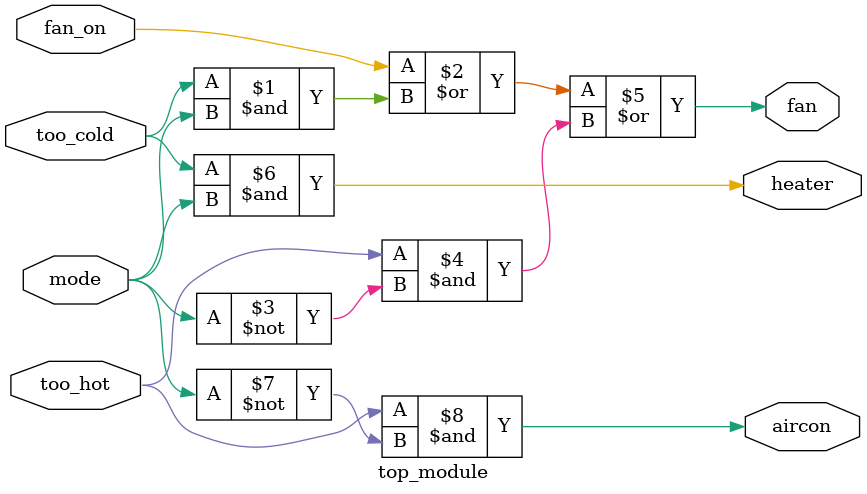
<source format=v>
module top_module (
    input too_cold,
    input too_hot,
    input mode,
    input fan_on,
    output heater,
    output aircon,
    output fan
); 
    
    assign fan = fan_on | too_cold & mode | too_hot & ~mode;
    assign heater = too_cold & mode;
    assign aircon = too_hot & ~mode;

endmodule

</source>
